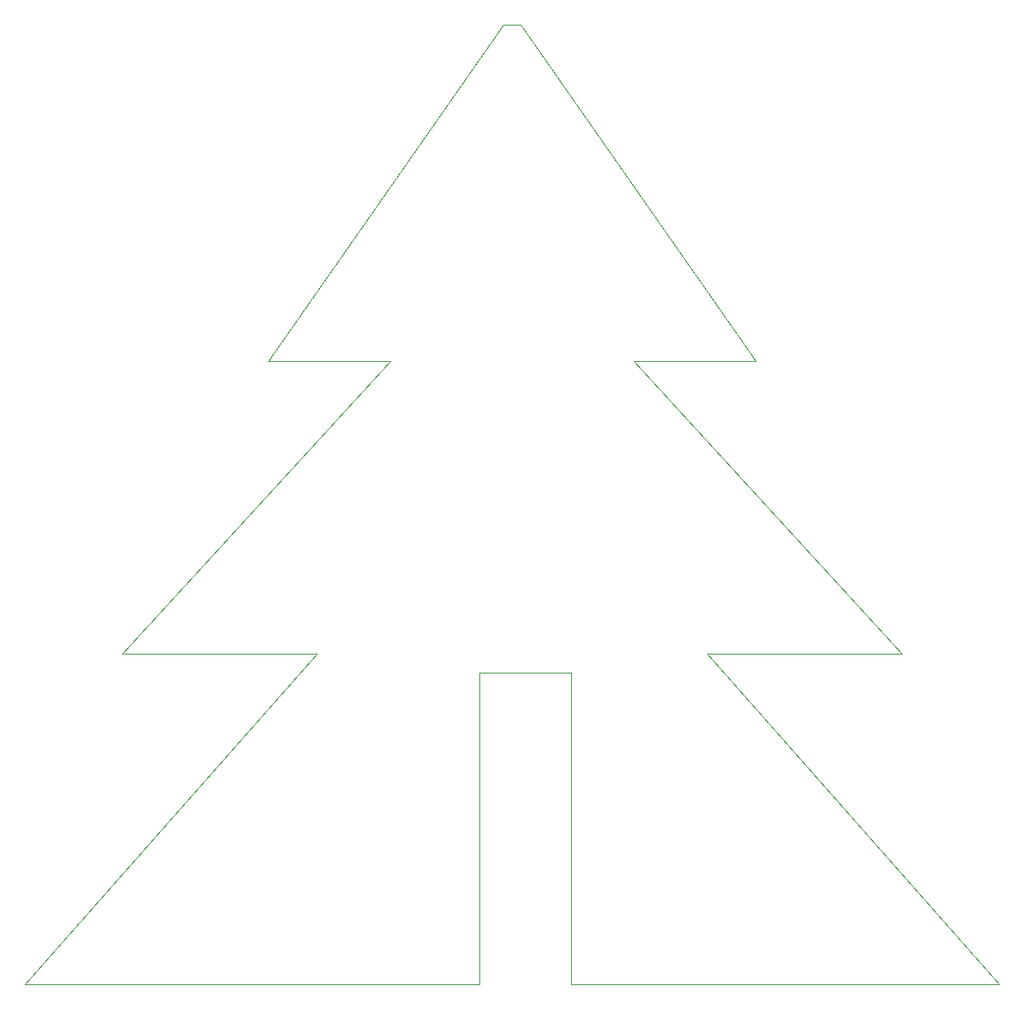
<source format=gm1>
G04 #@! TF.GenerationSoftware,KiCad,Pcbnew,7.0.8*
G04 #@! TF.CreationDate,2024-10-11T08:25:37+02:00*
G04 #@! TF.ProjectId,PCB_Christmas_Tree,5043425f-4368-4726-9973-746d61735f54,rev?*
G04 #@! TF.SameCoordinates,Original*
G04 #@! TF.FileFunction,Profile,NP*
%FSLAX46Y46*%
G04 Gerber Fmt 4.6, Leading zero omitted, Abs format (unit mm)*
G04 Created by KiCad (PCBNEW 7.0.8) date 2024-10-11 08:25:37*
%MOMM*%
%LPD*%
G01*
G04 APERTURE LIST*
G04 #@! TA.AperFunction,Profile*
%ADD10C,0.100000*%
G04 #@! TD*
G04 APERTURE END LIST*
D10*
X116823000Y-108098000D02*
X146823000Y-142098000D01*
X109323000Y-78098000D02*
X121823000Y-78098000D01*
X46823000Y-142098000D02*
X93467000Y-142084000D01*
X102823000Y-142098000D02*
X146823000Y-142098000D01*
X136823000Y-108098000D02*
X116823000Y-108098000D01*
X71823000Y-78098000D02*
X84323000Y-78098000D01*
X97723000Y-43498000D02*
X95923000Y-43498000D01*
X76823000Y-108098000D02*
X56823000Y-108098000D01*
X102823000Y-142098000D02*
X102823000Y-110098000D01*
X95923000Y-43498000D02*
X71823000Y-78098000D01*
X102823000Y-110098000D02*
X93467000Y-110098000D01*
X109323000Y-78098000D02*
X136823000Y-108098000D01*
X76823000Y-108098000D02*
X46823000Y-142098000D01*
X97723000Y-43498000D02*
X121823000Y-78098000D01*
X84323000Y-78098000D02*
X56823000Y-108098000D01*
X93467000Y-110098000D02*
X93467000Y-142084000D01*
M02*

</source>
